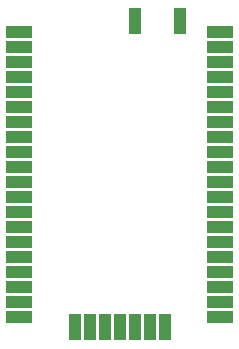
<source format=gbp>
G04 (created by PCBNEW (2012-nov-02)-testing) date Thu 06 Jun 2013 09:25:13 AM CDT*
%MOIN*%
G04 Gerber Fmt 3.4, Leading zero omitted, Abs format*
%FSLAX34Y34*%
G01*
G70*
G90*
G04 APERTURE LIST*
%ADD10C,0.006*%
%ADD11R,0.09X0.04*%
%ADD12R,0.04X0.09*%
G04 APERTURE END LIST*
G54D10*
G54D11*
X91100Y-49850D03*
X91100Y-50350D03*
X91100Y-50850D03*
X91100Y-51350D03*
X91100Y-51850D03*
X91100Y-52350D03*
X91100Y-52850D03*
X91100Y-53350D03*
X91100Y-53850D03*
X91100Y-54350D03*
X91100Y-54850D03*
X91100Y-55350D03*
X91100Y-55850D03*
X91100Y-56350D03*
X91100Y-56850D03*
X91100Y-57350D03*
X91100Y-57850D03*
X91100Y-58350D03*
X91100Y-58850D03*
X91100Y-59350D03*
G54D12*
X89250Y-59700D03*
X88750Y-59700D03*
X88250Y-59700D03*
X87750Y-59700D03*
X87250Y-59700D03*
X86750Y-59700D03*
X86250Y-59700D03*
G54D11*
X84400Y-59350D03*
X84400Y-58850D03*
X84400Y-58350D03*
X84400Y-57850D03*
X84400Y-57350D03*
X84400Y-56850D03*
X84400Y-56350D03*
X84400Y-55850D03*
X84400Y-55350D03*
X84400Y-54850D03*
X84400Y-54350D03*
X84400Y-53850D03*
X84400Y-53350D03*
X84400Y-52850D03*
X84400Y-52350D03*
X84400Y-51850D03*
X84400Y-51350D03*
X84400Y-50850D03*
X84400Y-50350D03*
X84400Y-49850D03*
G54D12*
X89750Y-49500D03*
X88250Y-49500D03*
M02*

</source>
